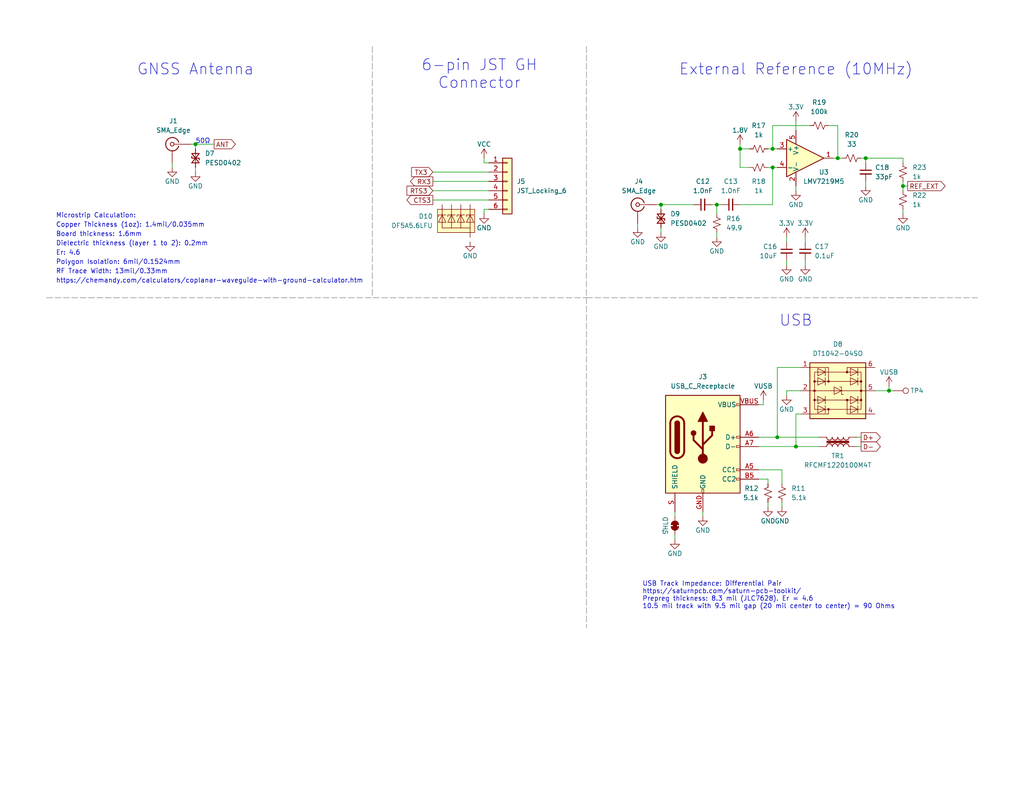
<source format=kicad_sch>
(kicad_sch (version 20250114) (generator "eeschema") (generator_version "9.0")
  (paper "USLetter")
  (title_block (title "Connectors"))
  (lib_symbols
    (symbol "SparkFun-Capacitor:0.1uF_0603_25V_20%" (pin_numbers (hide yes)) (pin_names (offset 0.254))
      (property "Reference" "C" (at 0.635 2.54 0))
      (property "Value" "0.1uF" (at 0.635 -2.54 0))
      (property "Voltage" "25V" (at 0 -6.35 0))
      (property "Tolerance" "20%" (at 0 -8.89 0))
      (symbol "0.1uF_0603_25V_20%_0_1"
        (polyline (pts (xy -1.524 0.508) (xy 1.524 0.508)) (stroke (width 0.3048)))
        (polyline (pts (xy -1.524 -0.508) (xy 1.524 -0.508)) (stroke (width 0.3302)))
      )
      (symbol "0.1uF_0603_25V_20%_1_1"
        (pin passive line (at 0 2.54 270) (length 2.032) (name "~") (number "1"))
        (pin passive line (at 0 -2.54 90) (length 2.032) (name "~") (number "2"))
      )
    )
    (symbol "SparkFun-Capacitor:1.0nF_0603_50V_10%" (pin_numbers (hide yes)) (pin_names (offset 0.254))
      (property "Reference" "C" (at 0.635 2.54 0))
      (property "Value" "1.0nF" (at 0.635 -2.54 0))
      (property "Voltage" "50V" (at 0 -6.35 0))
      (property "Tolerance" "10%" (at 0 -8.89 0))
      (symbol "1.0nF_0603_50V_10%_0_1"
        (polyline (pts (xy -1.524 0.508) (xy 1.524 0.508)) (stroke (width 0.3048)))
        (polyline (pts (xy -1.524 -0.508) (xy 1.524 -0.508)) (stroke (width 0.3302)))
      )
      (symbol "1.0nF_0603_50V_10%_1_1"
        (pin passive line (at 0 2.54 270) (length 2.032) (name "~") (number "1"))
        (pin passive line (at 0 -2.54 90) (length 2.032) (name "~") (number "2"))
      )
    )
    (symbol "SparkFun-Capacitor:10uF_0603_10V_20%" (pin_numbers (hide yes)) (pin_names (offset 0.254))
      (property "Reference" "C" (at 0.635 2.54 0))
      (property "Value" "10uF" (at 0.635 -2.54 0))
      (property "Voltage" "10V" (at 0 -6.35 0))
      (property "Tolerance" "20%" (at 0 -8.89 0))
      (symbol "10uF_0603_10V_20%_0_1"
        (polyline (pts (xy -1.524 0.508) (xy 1.524 0.508)) (stroke (width 0.3048)))
        (polyline (pts (xy -1.524 -0.508) (xy 1.524 -0.508)) (stroke (width 0.3302)))
      )
      (symbol "10uF_0603_10V_20%_1_1"
        (pin passive line (at 0 2.54 270) (length 2.032) (name "~") (number "1"))
        (pin passive line (at 0 -2.54 90) (length 2.032) (name "~") (number "2"))
      )
    )
    (symbol "SparkFun-Capacitor:33pF_0603_50V_5%" (pin_numbers (hide yes)) (pin_names (offset 0.254))
      (property "Reference" "C" (at 0.635 2.54 0))
      (property "Value" "33pF" (at 0.635 -2.54 0))
      (property "Voltage" "50V" (at 0 -6.35 0))
      (property "Tolerance" "5%" (at 0 -8.89 0))
      (symbol "33pF_0603_50V_5%_0_1"
        (polyline (pts (xy -1.524 0.508) (xy 1.524 0.508)) (stroke (width 0.3048)))
        (polyline (pts (xy -1.524 -0.508) (xy 1.524 -0.508)) (stroke (width 0.3302)))
      )
      (symbol "33pF_0603_50V_5%_1_1"
        (pin passive line (at 0 2.54 270) (length 2.032) (name "~") (number "1"))
        (pin passive line (at 0 -2.54 90) (length 2.032) (name "~") (number "2"))
      )
    )
    (symbol "SparkFun-Coil:USB_Transformer" (pin_numbers (hide yes)) (pin_names (offset 0))
      (property "Reference" "TR" (at 0 3.81 0))
      (property "Value" "RFCMF1220100M4T" (at 0 -3.81 0))
      (symbol "USB_Transformer_0_1"
        (polyline (pts (xy -5.0546 -1.27) (xy -3.048 -1.27)))
        (rectangle (start -3.048 -0.254) (end 3.048 0.254) (stroke (width 0.0254)) (fill (type outline)))
        (arc (start -1.524 1.27) (mid -2.286 0.5113) (end -3.048 1.27) (stroke (width 0.2032)))
        (arc (start -3.048 -1.27) (mid -2.286 -0.5113) (end -1.524 -1.27) (stroke (width 0.2032)))
        (arc (start 0 1.27) (mid -0.762 0.5113) (end -1.524 1.27) (stroke (width 0.2032)))
        (arc (start -1.524 -1.27) (mid -0.762 -0.5113) (end 0 -1.27) (stroke (width 0.2032)))
        (arc (start 1.524 1.27) (mid 0.762 0.5113) (end 0 1.27) (stroke (width 0.2032)))
        (arc (start 0 -1.27) (mid 0.762 -0.5113) (end 1.524 -1.27) (stroke (width 0.2032)))
        (arc (start 3.048 1.27) (mid 2.286 0.5113) (end 1.524 1.27) (stroke (width 0.2032)))
        (arc (start 1.524 -1.27) (mid 2.286 -0.5113) (end 3.048 -1.27) (stroke (width 0.2032)))
        (polyline (pts (xy 5.08 1.27) (xy 3.048 1.27)))
        (polyline (pts (xy 5.08 -1.27) (xy 3.048 -1.27)))
      )
      (symbol "USB_Transformer_1_1"
        (polyline (pts (xy -5.08 1.27) (xy -3.048 1.27)))
        (pin passive line (at -5.08 1.27 0) (length 0) (name "~") (number "1"))
        (pin passive line (at -5.08 -1.27 0) (length 0) (name "~") (number "3"))
        (pin passive line (at 5.08 1.27 180) (length 0) (name "~") (number "2"))
        (pin passive line (at 5.08 -1.27 180) (length 0) (name "~") (number "4"))
      )
    )
    (symbol "SparkFun-Connector:Conn_01x06_JST_1.25mm_Locking" (pin_names (offset 1.016) (hide yes))
      (property "Reference" "J" (at 0 7.62 0))
      (property "Value" "JST_Locking_6" (at 0 -10.16 0))
      (symbol "Conn_01x06_JST_1.25mm_Locking_1_1"
        (rectangle (start -1.27 6.35) (end 1.27 -8.89) (stroke (width 0.254)) (fill (type background)))
        (rectangle (start -1.27 5.207) (end 0 4.953) (stroke (width 0.1524)))
        (rectangle (start -1.27 2.667) (end 0 2.413) (stroke (width 0.1524)))
        (rectangle (start -1.27 0.127) (end 0 -0.127) (stroke (width 0.1524)))
        (rectangle (start -1.27 -2.413) (end 0 -2.667) (stroke (width 0.1524)))
        (rectangle (start -1.27 -4.953) (end 0 -5.207) (stroke (width 0.1524)))
        (rectangle (start -1.27 -7.493) (end 0 -7.747) (stroke (width 0.1524)))
        (pin passive line (at -5.08 5.08 0) (length 3.81) (name "Pin_1") (number "1"))
        (pin passive line (at -5.08 2.54 0) (length 3.81) (name "Pin_2") (number "2"))
        (pin passive line (at -5.08 0 0) (length 3.81) (name "Pin_3") (number "3"))
        (pin passive line (at -5.08 -2.54 0) (length 3.81) (name "Pin_4") (number "4"))
        (pin passive line (at -5.08 -5.08 0) (length 3.81) (name "Pin_5") (number "5"))
        (pin passive line (at -5.08 -7.62 0) (length 3.81) (name "Pin_6") (number "6"))
        (pin no_connect line (at 3.81 -8.89 90) (length 5.08) (hide yes) (name "NC") (number "NC2"))
        (pin no_connect line (at 6.35 -8.89 90) (length 5.08) (hide yes) (name "NC") (number "NC1"))
      )
    )
    (symbol "SparkFun-Connector:TestPoint_1.25mm" (pin_numbers (hide yes)) (pin_names (offset 0.762) (hide yes))
      (property "Reference" "TP" (at 0 5.08 0))
      (symbol "TestPoint_1.25mm_0_1"
        (circle (center 0 3.302) (radius 0.762))
      )
      (symbol "TestPoint_1.25mm_1_1"
        (pin passive line (at 0 0 90) (length 2.54) (name "1") (number "1"))
      )
    )
    (symbol "SparkFun-Connector:USB_C_Receptacle" (pin_names (offset 1.016))
      (property "Reference" "J" (at -10.16 12.7 0))
      (property "Value" "USB_C_Receptacle" (at 19.05 12.7 0))
      (symbol "USB_C_Receptacle_0_0"
        (rectangle (start -0.254 -15.24) (end 0.254 -14.224))
        (rectangle (start 10.16 9.144) (end 9.144 8.636))
        (rectangle (start 10.16 0.254) (end 9.144 -0.254))
        (rectangle (start 10.16 -2.286) (end 9.144 -2.794))
        (rectangle (start 10.16 -8.636) (end 9.144 -9.144))
        (rectangle (start 10.16 -11.176) (end 9.144 -11.684))
      )
      (symbol "USB_C_Receptacle_0_1"
        (rectangle (start -10.16 11.43) (end 10.16 -15.24) (stroke (width 0.254)) (fill (type background)))
        (polyline (pts (xy -8.89 -3.81) (xy -8.89 3.81)) (stroke (width 0.508)))
        (rectangle (start -7.62 -3.81) (end -6.35 3.81) (stroke (width 0.254)) (fill (type outline)))
        (arc (start -7.62 3.81) (mid -6.985 4.4423) (end -6.35 3.81) (stroke (width 0.254)))
        (arc (start -7.62 3.81) (mid -6.985 4.4423) (end -6.35 3.81) (stroke (width 0.254)) (fill (type outline)))
        (arc (start -8.89 3.81) (mid -6.985 5.7067) (end -5.08 3.81) (stroke (width 0.508)))
        (arc (start -5.08 -3.81) (mid -6.985 -5.7067) (end -8.89 -3.81) (stroke (width 0.508)))
        (arc (start -6.35 -3.81) (mid -6.985 -4.4423) (end -7.62 -3.81) (stroke (width 0.254)))
        (arc (start -6.35 -3.81) (mid -6.985 -4.4423) (end -7.62 -3.81) (stroke (width 0.254)) (fill (type outline)))
        (polyline (pts (xy -5.08 3.81) (xy -5.08 -3.81)) (stroke (width 0.508)))
        (circle (center -2.54 1.143) (radius 0.635) (stroke (width 0.254)) (fill (type outline)))
        (polyline (pts (xy -1.27 4.318) (xy 0 6.858) (xy 1.27 4.318) (xy -1.27 4.318)) (stroke (width 0.254)) (fill (type outline)))
        (polyline (pts (xy 0 -2.032) (xy 2.54 0.508) (xy 2.54 1.778)) (stroke (width 0.508)))
        (polyline (pts (xy 0 -3.302) (xy -2.54 -0.762) (xy -2.54 0.508)) (stroke (width 0.508)))
        (polyline (pts (xy 0 -5.842) (xy 0 4.318)) (stroke (width 0.508)))
        (circle (center 0 -5.842) (radius 1.27) (fill (type outline)))
        (rectangle (start 1.905 1.778) (end 3.175 3.048) (stroke (width 0.254)) (fill (type outline)))
      )
      (symbol "USB_C_Receptacle_1_1"
        (pin passive line (at -7.62 -20.32 90) (length 5.08) (name "SHIELD") (number "S"))
        (pin no_connect line (at -5.08 -15.24 90) (length 5.08) (hide yes) (name "NC") (number "NC1"))
        (pin no_connect line (at -3.81 -15.24 90) (length 5.08) (hide yes) (name "NC") (number "NC2"))
        (pin no_connect line (at -2.54 -15.24 90) (length 5.08) (hide yes) (name "NC") (number "NC3"))
        (pin passive line (at 0 -20.32 90) (length 5.08) (name "GND") (number "GND"))
        (pin no_connect line (at 2.54 -15.24 90) (length 5.08) (hide yes) (name "NC") (number "A8"))
        (pin no_connect line (at 3.81 -15.24 90) (length 5.08) (hide yes) (name "NC") (number "B8"))
        (pin power_out line (at 15.24 8.89 180) (length 5.08) (name "VBUS") (number "VBUS"))
        (pin bidirectional line (at 15.24 0 180) (length 5.08) (name "D+") (number "A6"))
        (pin bidirectional line (at 15.24 0 180) (length 5.08) (hide yes) (name "D+") (number "B6"))
        (pin bidirectional line (at 15.24 -2.54 180) (length 5.08) (name "D-") (number "A7"))
        (pin bidirectional line (at 15.24 -2.54 180) (length 5.08) (hide yes) (name "D-") (number "B7"))
        (pin bidirectional line (at 15.24 -8.89 180) (length 5.08) (name "CC1") (number "A5"))
        (pin bidirectional line (at 15.24 -11.43 180) (length 5.08) (name "CC2") (number "B5"))
      )
    )
    (symbol "SparkFun-DiscreteSemi:D_TVS_0402" (pin_numbers (hide yes)) (pin_names (offset 1.016) (hide yes))
      (property "Reference" "D" (at 0 2.54 0))
      (property "Value" "PESD0402" (at 0 -2.54 0))
      (symbol "D_TVS_0402_0_1"
        (polyline (pts (xy -1.27 1.016) (xy -1.27 -1.016) (xy 1.27 1.016) (xy 1.27 -1.016) (xy -1.27 1.016)) (stroke (width 0.254)))
        (polyline (pts (xy -1.27 0) (xy 1.27 0)))
        (polyline (pts (xy 0.508 1.016) (xy 0 1.016) (xy 0 -1.016) (xy -0.508 -1.016)) (stroke (width 0.254)))
      )
      (symbol "D_TVS_0402_1_1"
        (pin passive line (at -2.54 0 0) (length 1.27) (name "A1") (number "1"))
        (pin passive line (at 2.54 0 180) (length 1.27) (name "A2") (number "2"))
      )
    )
    (symbol "SparkFun-DiscreteSemi:D_TVS_ESD_4_HS" (pin_numbers (hide yes)) (pin_names (hide yes))
      (property "Reference" "D" (at -2.54 -5.08 0))
      (property "Value" "DF5A5.6LFU" (at -3.81 -7.62 0))
      (symbol "D_TVS_ESD_4_HS_0_1"
        (polyline (pts (xy -2.54 1.016) (xy -2.54 -2.54)))
        (polyline (pts (xy -1.524 1.016) (xy -3.556 1.016) (xy -3.556 0.508)))
        (polyline (pts (xy -1.524 -1.016) (xy -2.54 1.016) (xy -3.556 -1.016) (xy -1.524 -1.016)))
        (polyline (pts (xy 0 1.016) (xy 0 -2.54)))
        (polyline (pts (xy 1.016 1.016) (xy -1.016 1.016) (xy -1.016 0.508)))
        (polyline (pts (xy 1.016 -1.016) (xy 0 1.016) (xy -1.016 -1.016) (xy 1.016 -1.016)))
        (polyline (pts (xy 2.54 1.016) (xy 2.54 -2.54)))
        (polyline (pts (xy 3.556 1.016) (xy 1.524 1.016) (xy 1.524 0.508)))
        (polyline (pts (xy 3.556 -1.016) (xy 2.54 1.016) (xy 1.524 -1.016) (xy 3.556 -1.016)))
        (polyline (pts (xy 5.08 1.016) (xy 5.08 -2.54)))
        (polyline (pts (xy 6.096 1.016) (xy 4.064 1.016) (xy 4.064 0.508)))
        (polyline (pts (xy 6.096 -1.016) (xy 5.08 1.016) (xy 4.064 -1.016) (xy 6.096 -1.016)))
      )
      (symbol "D_TVS_ESD_4_HS_1_1"
        (rectangle (start -3.81 2.54) (end 6.35 -3.81) (fill (type background)))
        (polyline (pts (xy -2.54 1.27) (xy -2.54 1.0271)))
        (polyline (pts (xy 0 1.27) (xy 0 1.0271)))
        (polyline (pts (xy 0 -2.54) (xy -2.54 -2.54)))
        (polyline (pts (xy 2.54 1.27) (xy 2.54 1.0271)))
        (polyline (pts (xy 2.54 -2.54) (xy 0 -2.54)))
        (polyline (pts (xy 5.08 1.27) (xy 5.08 1.0271)))
        (polyline (pts (xy 5.08 -2.54) (xy 2.54 -2.54)))
        (pin passive line (at -2.54 3.81 270) (length 2.54) (name "K1") (number "1"))
        (pin passive line (at 0 3.81 270) (length 2.54) (name "K2") (number "3"))
        (pin passive line (at 2.54 3.81 270) (length 2.54) (name "K3") (number "4"))
        (pin passive line (at 5.08 3.81 270) (length 2.54) (name "K4") (number "5"))
        (pin passive line (at 5.08 -5.08 90) (length 2.54) (name "A") (number "2"))
      )
    )
    (symbol "SparkFun-DiscreteSemi:D_TVS_ESD_USB" (pin_names (hide yes))
      (property "Reference" "D" (at -8.636 -2.794 90))
      (property "Value" "DT1042-04SO" (at 9.398 -8.382 90))
      (symbol "D_TVS_ESD_USB_0_1"
        (polyline (pts (xy -6.096 2.159) (xy -4.064 2.159) (xy -5.08 4.191) (xy -6.096 2.159)))
        (polyline (pts (xy -6.096 -6.731) (xy -4.064 -6.731) (xy -5.08 -4.699) (xy -6.096 -6.731)))
        (circle (center -5.08 1.27) (radius 0.254) (fill (type outline)))
        (polyline (pts (xy -5.08 1.27) (xy -6.35 1.27)))
        (polyline (pts (xy -4.064 4.191) (xy -6.096 4.191)))
        (polyline (pts (xy -4.064 -4.699) (xy -6.096 -4.699)))
        (polyline (pts (xy -3.556 2.159) (xy -1.524 2.159) (xy -2.54 4.191) (xy -3.556 2.159)))
        (polyline (pts (xy -3.556 -6.731) (xy -1.524 -6.731) (xy -2.54 -4.699) (xy -3.556 -6.731)))
        (circle (center -2.54 5.08) (radius 0.254) (fill (type outline)))
        (rectangle (start -2.54 5.08) (end 2.54 -7.62))
        (polyline (pts (xy -2.54 5.08) (xy -5.08 5.08) (xy -5.08 -7.62) (xy -2.54 -7.62)))
        (circle (center -2.54 -3.81) (radius 0.254) (fill (type outline)))
        (polyline (pts (xy -2.54 -3.81) (xy -6.35 -3.81)))
        (circle (center -2.54 -7.62) (radius 0.254) (fill (type outline)))
        (polyline (pts (xy -1.524 4.191) (xy -3.556 4.191)))
        (polyline (pts (xy -1.524 -4.699) (xy -3.556 -4.699)))
        (polyline (pts (xy -1.016 -2.286) (xy 1.016 -2.286) (xy 0 -0.254) (xy -1.016 -2.286)))
        (circle (center 0 5.08) (radius 0.254) (fill (type outline)))
        (polyline (pts (xy 0 5.08) (xy 0 6.35)))
        (polyline (pts (xy 0 0) (xy 0 5.08)))
        (polyline (pts (xy 0 -7.62) (xy 0 0)))
        (circle (center 0 -7.62) (radius 0.254) (fill (type outline)))
        (polyline (pts (xy 0 -8.89) (xy 0 -7.62)))
        (polyline (pts (xy 1.0152 0.2684) (xy 1.0152 -0.2538) (xy -1.016 -0.254) (xy -1.016 -0.762)))
        (polyline (pts (xy 1.524 4.191) (xy 3.556 4.191)))
        (polyline (pts (xy 1.524 -4.699) (xy 3.556 -4.699)))
        (polyline (pts (xy 2.54 5.08) (xy 5.08 5.08) (xy 5.08 -7.62) (xy 2.54 -7.62)))
        (circle (center 2.54 5.08) (radius 0.254) (fill (type outline)))
        (polyline (pts (xy 2.54 1.27) (xy 6.35 1.27)))
        (circle (center 2.54 1.27) (radius 0.254) (fill (type outline)))
        (circle (center 2.54 -7.62) (radius 0.254) (fill (type outline)))
        (polyline (pts (xy 3.556 2.159) (xy 1.524 2.159) (xy 2.54 4.191) (xy 3.556 2.159)))
        (polyline (pts (xy 3.556 -6.731) (xy 1.524 -6.731) (xy 2.54 -4.699) (xy 3.556 -6.731)))
        (polyline (pts (xy 4.064 4.191) (xy 6.096 4.191)))
        (polyline (pts (xy 4.064 -4.699) (xy 6.096 -4.699)))
        (polyline (pts (xy 5.08 -3.81) (xy 6.35 -3.81)))
        (circle (center 5.08 -3.81) (radius 0.254) (fill (type outline)))
        (polyline (pts (xy 6.096 2.159) (xy 4.064 2.159) (xy 5.08 4.191) (xy 6.096 2.159)))
        (polyline (pts (xy 6.096 -6.731) (xy 4.064 -6.731) (xy 5.08 -4.699) (xy 6.096 -6.731)))
      )
      (symbol "D_TVS_ESD_USB_1_1"
        (rectangle (start -7.62 6.35) (end 7.62 -8.89) (stroke (width 0.254)) (fill (type background)))
        (polyline (pts (xy -6.35 6.35) (xy -6.35 1.27)))
        (polyline (pts (xy -6.35 -8.89) (xy -6.35 -3.81)))
        (polyline (pts (xy 6.35 1.27) (xy 6.35 6.35)))
        (polyline (pts (xy 6.35 -3.81) (xy 6.35 -8.89)))
        (pin passive line (at -6.35 8.89 270) (length 2.54) (name "I/O4") (number "6"))
        (pin passive line (at -6.35 -11.43 90) (length 2.54) (name "I/O1") (number "1"))
        (pin passive line (at 0 8.89 270) (length 2.54) (name "VCC") (number "5"))
        (pin passive line (at 0 -11.43 90) (length 2.54) (name "GND") (number "2"))
        (pin passive line (at 6.35 8.89 270) (length 2.54) (name "I/O3") (number "4"))
        (pin passive line (at 6.35 -11.43 90) (length 2.54) (name "I/O2") (number "3"))
      )
    )
    (symbol "SparkFun-IC-Amplifier:LMV7219M5" (pin_names (offset 0.127))
      (property "Reference" "U" (at -1.27 6.35 0))
      (property "Value" "LMV7219M5" (at -1.27 3.81 0))
      (symbol "LMV7219M5_0_1"
        (polyline (pts (xy -5.08 5.08) (xy 5.08 0) (xy -5.08 -5.08) (xy -5.08 5.08)) (stroke (width 0.254)) (fill (type background)))
        (pin power_in line (at -2.54 7.62 270) (length 3.81) (name "V+") (number "5"))
        (pin power_in line (at -2.54 -7.62 90) (length 3.81) (name "V-") (number "2"))
      )
      (symbol "LMV7219M5_1_1"
        (pin input line (at -7.62 2.54 0) (length 2.54) (name "+") (number "3"))
        (pin input line (at -7.62 -2.54 0) (length 2.54) (name "-") (number "4"))
        (pin output line (at 7.62 0 180) (length 2.54) (name "~") (number "1"))
      )
    )
    (symbol "SparkFun-Jumper:SolderJumper_2_Bridged" (pin_numbers (hide yes)) (pin_names (offset 0) (hide yes))
      (property "Reference" "JP" (at 0 2.032 0))
      (property "Value" "~" (at 0 -2.54 0))
      (symbol "SolderJumper_2_Bridged_0_1"
        (rectangle (start -0.508 0.508) (end 0.508 -0.508) (fill (type outline)))
        (polyline (pts (xy -0.254 1.016) (xy -0.254 -1.016)))
        (arc (start -0.254 -1.016) (mid -1.2656 0) (end -0.254 1.016))
        (arc (start -0.254 -1.016) (mid -1.2656 0) (end -0.254 1.016) (fill (type outline)))
        (arc (start 0.254 1.016) (mid 1.2656 0) (end 0.254 -1.016))
        (arc (start 0.254 1.016) (mid 1.2656 0) (end 0.254 -1.016) (fill (type outline)))
        (polyline (pts (xy 0.254 1.016) (xy 0.254 -1.016)))
      )
      (symbol "SolderJumper_2_Bridged_1_1"
        (pin passive line (at -2.54 0 0) (length 1.27) (name "A") (number "1"))
        (pin passive line (at 2.54 0 180) (length 1.27) (name "B") (number "2"))
      )
    )
    (symbol "SparkFun-PowerSymbol:1.8V" (power) (pin_names (offset 0))
      (property "Value" "1.8V" (at 0 3.81 0))
      (symbol "1.8V_0_1"
        (polyline (pts (xy 0 2.54) (xy 0.762 1.27)))
        (polyline (pts (xy 0 0) (xy 0 2.54)))
      )
      (symbol "1.8V_1_1"
        (polyline (pts (xy -0.762 1.27) (xy 0 2.54)))
        (pin power_in line (at 0 0 90) (length 0) (hide yes) (name "1.8V") (number "1"))
      )
    )
    (symbol "SparkFun-PowerSymbol:3.3V" (power) (pin_names (offset 0))
      (property "Value" "3.3V" (at 0 3.81 0))
      (symbol "3.3V_0_1"
        (polyline (pts (xy -0.762 1.27) (xy 0 2.54)))
        (polyline (pts (xy 0 2.54) (xy 0.762 1.27)))
        (polyline (pts (xy 0 0) (xy 0 2.54)))
      )
      (symbol "3.3V_1_1"
        (pin power_in line (at 0 0 90) (length 0) (hide yes) (name "3.3V") (number "1"))
      )
    )
    (symbol "SparkFun-PowerSymbol:GND" (power) (pin_names (offset 0))
      (property "Value" "GND" (at 0 -3.81 0))
      (symbol "GND_0_1"
        (polyline (pts (xy 0 0) (xy 0 -1.27) (xy 1.27 -1.27) (xy 0 -2.54) (xy -1.27 -1.27) (xy 0 -1.27)))
      )
      (symbol "GND_1_1"
        (pin power_in line (at 0 0 270) (length 0) (hide yes) (name "GND") (number "1"))
      )
    )
    (symbol "SparkFun-PowerSymbol:VCC" (power) (pin_names (offset 0))
      (property "Value" "VCC" (at 0 3.81 0))
      (symbol "VCC_0_1"
        (polyline (pts (xy -0.762 1.27) (xy 0 2.54)))
        (polyline (pts (xy 0 2.54) (xy 0.762 1.27)))
        (polyline (pts (xy 0 0) (xy 0 2.54)))
      )
      (symbol "VCC_1_1"
        (pin power_in line (at 0 0 90) (length 0) (hide yes) (name "VCC") (number "1"))
      )
    )
    (symbol "SparkFun-PowerSymbol:VUSB" (power) (pin_names (offset 0))
      (property "Value" "VUSB" (at 0 3.81 0))
      (symbol "VUSB_0_1"
        (polyline (pts (xy -0.762 1.27) (xy 0 2.54)))
        (polyline (pts (xy 0 2.54) (xy 0.762 1.27)))
        (polyline (pts (xy 0 0) (xy 0 2.54)))
      )
      (symbol "VUSB_1_1"
        (pin power_in line (at 0 0 90) (length 0) (hide yes) (name "VUSB") (number "1"))
      )
    )
    (symbol "SparkFun-RF:SMA_EdgeMount" (pin_numbers (hide yes)) (pin_names (offset 1.016) (hide yes))
      (property "Reference" "J" (at 0.254 3.048 0))
      (property "Value" "SMA_Edge" (at 3.81 0 90))
      (symbol "SMA_EdgeMount_0_1"
        (polyline (pts (xy -2.54 0) (xy -0.508 0)))
        (arc (start 1.778 0) (mid 0.222 -1.8079) (end -1.778 -0.508) (stroke (width 0.254)))
        (arc (start -1.778 0.508) (mid 0.2221 1.8084) (end 1.778 0) (stroke (width 0.254)))
        (circle (center 0 0) (radius 0.508) (stroke (width 0.2032)))
        (polyline (pts (xy 0 -2.54) (xy 0 -1.778)))
      )
      (symbol "SMA_EdgeMount_1_1"
        (pin passive line (at -5.08 0 0) (length 2.54) (name "In") (number "1"))
        (pin passive line (at 0 -5.08 90) (length 2.54) (name "Ext") (number "2"))
      )
    )
    (symbol "SparkFun-Resistor:100k_0603" (pin_numbers (hide yes)) (pin_names (offset 0))
      (property "Reference" "R" (at 0 -2.54 0))
      (property "Value" "100k" (at 0 2.54 0))
      (symbol "100k_0603_0_1"
        (polyline (pts (xy -1.524 0) (xy -1.143 1.016) (xy -0.762 0) (xy -0.381 -1.016) (xy 0 0)))
        (polyline (pts (xy 0 0) (xy 0.381 1.016) (xy 0.762 0) (xy 1.143 -1.016) (xy 1.524 0)))
      )
      (symbol "100k_0603_1_1"
        (pin passive line (at -2.54 0 0) (length 1.016) (name "~") (number "1"))
        (pin passive line (at 2.54 0 180) (length 1.016) (name "~") (number "2"))
      )
    )
    (symbol "SparkFun-Resistor:1k_0603" (pin_numbers (hide yes)) (pin_names (offset 0))
      (property "Reference" "R" (at 0 -2.54 0))
      (property "Value" "1k" (at 0 2.54 0))
      (symbol "1k_0603_0_1"
        (polyline (pts (xy -1.524 0) (xy -1.143 1.016) (xy -0.762 0) (xy -0.381 -1.016) (xy 0 0)))
        (polyline (pts (xy 0 0) (xy 0.381 1.016) (xy 0.762 0) (xy 1.143 -1.016) (xy 1.524 0)))
      )
      (symbol "1k_0603_1_1"
        (pin passive line (at -2.54 0 0) (length 1.016) (name "~") (number "1"))
        (pin passive line (at 2.54 0 180) (length 1.016) (name "~") (number "2"))
      )
    )
    (symbol "SparkFun-Resistor:33_0603" (pin_numbers (hide yes)) (pin_names (offset 0))
      (property "Reference" "R" (at 0 -2.54 0))
      (property "Value" "33" (at 0 2.54 0))
      (symbol "33_0603_0_1"
        (polyline (pts (xy -1.524 0) (xy -1.143 1.016) (xy -0.762 0) (xy -0.381 -1.016) (xy 0 0)))
        (polyline (pts (xy 0 0) (xy 0.381 1.016) (xy 0.762 0) (xy 1.143 -1.016) (xy 1.524 0)))
      )
      (symbol "33_0603_1_1"
        (pin passive line (at -2.54 0 0) (length 1.016) (name "~") (number "1"))
        (pin passive line (at 2.54 0 180) (length 1.016) (name "~") (number "2"))
      )
    )
    (symbol "SparkFun-Resistor:49.9_0603" (pin_numbers (hide yes)) (pin_names (offset 0))
      (property "Reference" "R" (at 0 -2.54 0))
      (property "Value" "49.9" (at 0 2.54 0))
      (symbol "49.9_0603_0_1"
        (polyline (pts (xy -1.524 0) (xy -1.143 1.016) (xy -0.762 0) (xy -0.381 -1.016) (xy 0 0)))
        (polyline (pts (xy 0 0) (xy 0.381 1.016) (xy 0.762 0) (xy 1.143 -1.016) (xy 1.524 0)))
      )
      (symbol "49.9_0603_1_1"
        (pin passive line (at -2.54 0 0) (length 1.016) (name "~") (number "1"))
        (pin passive line (at 2.54 0 180) (length 1.016) (name "~") (number "2"))
      )
    )
    (symbol "SparkFun-Resistor:5.1k_0603" (pin_numbers (hide yes)) (pin_names (offset 0))
      (property "Reference" "R" (at 0 -2.54 0))
      (property "Value" "5.1k" (at 0 2.54 0))
      (symbol "5.1k_0603_0_1"
        (polyline (pts (xy -1.524 0) (xy -1.143 1.016) (xy -0.762 0) (xy -0.381 -1.016) (xy 0 0)))
        (polyline (pts (xy 0 0) (xy 0.381 1.016) (xy 0.762 0) (xy 1.143 -1.016) (xy 1.524 0)))
      )
      (symbol "5.1k_0603_1_1"
        (pin passive line (at -2.54 0 0) (length 1.016) (name "~") (number "1"))
        (pin passive line (at 2.54 0 180) (length 1.016) (name "~") (number "2"))
      )
    )
  )
  (text "Polygon Isolation: 6mil/0.1524mm" (at 15.24 72.39 0) (effects (font (size 1.27 1.27)) (justify left bottom)))
  (text "Microstrip Calculation:" (at 15.24 59.69 0) (effects (font (size 1.27 1.27)) (justify left bottom)))
  (text "Dielectric thickness (layer 1 to 2): 0.2mm" (at 15.24 67.31 0) (effects (font (size 1.27 1.27)) (justify left bottom)))
  (text "USB Track Impedance: Differential Pair\nhttps://saturnpcb.com/saturn-pcb-toolkit/\nPrepreg thickness: 8.3 mil (JLC7628). Er = 4.6\n10.5 mil track with 9.5 mil gap (20 mil center to center) = 90 Ohms" (at 175.26 166.37 0) (effects (font (size 1.27 1.27)) (justify left bottom)))
  (text "50Ω" (at 53.34 39.37 0) (effects (font (size 1.27 1.27)) (justify left bottom)))
  (text "RF Trace Width: 13mil/0.33mm" (at 15.24 74.93 0) (effects (font (size 1.27 1.27)) (justify left bottom)))
  (text "GNSS Antenna" (at 53.34 19.05 0) (effects (font (size 3 3))))
  (text "USB" (at 217.17 87.63 0) (effects (font (size 3 3))))
  (text "External Reference (10MHz)" (at 217.17 19.05 0) (effects (font (size 3 3))))
  (text "Copper Thickness (1oz): 1.4mil/0.035mm" (at 15.24 62.23 0) (effects (font (size 1.27 1.27)) (justify left bottom)))
  (text "https://chemandy.com/calculators/coplanar-waveguide-with-ground-calculator.htm" (at 15.24 77.47 0) (effects (font (size 1.27 1.27)) (justify left bottom)))
  (text "Board thickness: 1.6mm" (at 15.24 64.77 0) (effects (font (size 1.27 1.27)) (justify left bottom)))
  (text "6-pin JST GH\nConnector" (at 130.81 20.32 0) (effects (font (size 3 3))))
  (text "Er: 4.6" (at 15.24 69.85 0) (effects (font (size 1.27 1.27)) (justify left bottom)))
  (junction (at 201.93 40.64))
  (junction (at 212.09 119.38))
  (junction (at 236.22 43.18))
  (junction (at 246.38 50.8))
  (junction (at 210.82 45.72))
  (junction (at 242.57 106.68))
  (junction (at 53.34 39.37))
  (junction (at 180.34 55.88))
  (junction (at 195.58 55.88))
  (junction (at 228.6 43.18))
  (junction (at 210.82 40.64))
  (junction (at 217.17 121.92))
  (wire (pts (xy 228.6 34.29) (xy 228.6 43.18)))
  (wire (pts (xy 201.93 45.72) (xy 204.47 45.72)))
  (polyline (pts (xy 160.02 81.28) (xy 266.7 81.28)) (stroke (width 0) (type dash) (color 132 132 132 1)))
  (wire (pts (xy 53.34 39.37) (xy 58.42 39.37)))
  (wire (pts (xy 219.71 71.12) (xy 219.71 72.39)))
  (wire (pts (xy 53.34 39.37) (xy 53.34 40.64)))
  (wire (pts (xy 201.93 39.37) (xy 201.93 40.64)))
  (wire (pts (xy 132.08 57.15) (xy 132.08 58.42)))
  (polyline (pts (xy 12.7 81.28) (xy 160.02 81.28)) (stroke (width 0) (type dash) (color 132 132 132 1)))
  (wire (pts (xy 218.44 113.03) (xy 217.17 113.03)))
  (wire (pts (xy 217.17 50.8) (xy 217.17 52.07)))
  (wire (pts (xy 236.22 49.53) (xy 236.22 50.8)))
  (wire (pts (xy 246.38 43.18) (xy 246.38 44.45)))
  (wire (pts (xy 201.93 40.64) (xy 204.47 40.64)))
  (wire (pts (xy 195.58 55.88) (xy 196.85 55.88)))
  (wire (pts (xy 209.55 45.72) (xy 210.82 45.72)))
  (wire (pts (xy 236.22 43.18) (xy 246.38 43.18)))
  (wire (pts (xy 242.57 106.68) (xy 243.84 106.68)))
  (wire (pts (xy 133.35 57.15) (xy 132.08 57.15)))
  (wire (pts (xy 217.17 33.02) (xy 217.17 35.56)))
  (wire (pts (xy 214.63 64.77) (xy 214.63 66.04)))
  (wire (pts (xy 118.11 52.07) (xy 133.35 52.07)))
  (wire (pts (xy 194.31 55.88) (xy 195.58 55.88)))
  (wire (pts (xy 246.38 49.53) (xy 246.38 50.8)))
  (wire (pts (xy 207.01 121.92) (xy 217.17 121.92)))
  (wire (pts (xy 133.35 44.45) (xy 132.08 44.45)))
  (wire (pts (xy 210.82 40.64) (xy 212.09 40.64)))
  (wire (pts (xy 238.76 106.68) (xy 242.57 106.68)))
  (wire (pts (xy 207.01 130.81) (xy 209.55 130.81)))
  (wire (pts (xy 207.01 119.38) (xy 212.09 119.38)))
  (wire (pts (xy 118.11 49.53) (xy 133.35 49.53)))
  (wire (pts (xy 46.99 44.45) (xy 46.99 45.72)))
  (wire (pts (xy 207.01 110.49) (xy 208.28 110.49)))
  (wire (pts (xy 234.95 43.18) (xy 236.22 43.18)))
  (wire (pts (xy 233.68 121.92) (xy 234.95 121.92)))
  (wire (pts (xy 201.93 40.64) (xy 201.93 45.72)))
  (wire (pts (xy 210.82 34.29) (xy 210.82 40.64)))
  (wire (pts (xy 191.77 139.7) (xy 191.77 140.97)))
  (wire (pts (xy 214.63 71.12) (xy 214.63 72.39)))
  (wire (pts (xy 228.6 43.18) (xy 229.87 43.18)))
  (wire (pts (xy 195.58 55.88) (xy 195.58 58.42)))
  (wire (pts (xy 210.82 45.72) (xy 212.09 45.72)))
  (wire (pts (xy 242.57 105.41) (xy 242.57 106.68)))
  (wire (pts (xy 180.34 62.23) (xy 180.34 63.5)))
  (wire (pts (xy 246.38 50.8) (xy 246.38 52.07)))
  (polyline (pts (xy 101.6 12.7) (xy 101.6 81.28)) (stroke (width 0) (type dash) (color 132 132 132 1)))
  (wire (pts (xy 52.07 39.37) (xy 53.34 39.37)))
  (wire (pts (xy 195.58 63.5) (xy 195.58 64.77)))
  (wire (pts (xy 246.38 50.8) (xy 247.65 50.8)))
  (wire (pts (xy 184.15 139.7) (xy 184.15 140.97)))
  (wire (pts (xy 226.06 34.29) (xy 228.6 34.29)))
  (wire (pts (xy 246.38 57.15) (xy 246.38 58.42)))
  (wire (pts (xy 212.09 100.33) (xy 212.09 119.38)))
  (wire (pts (xy 207.01 128.27) (xy 213.36 128.27)))
  (wire (pts (xy 201.93 55.88) (xy 210.82 55.88)))
  (wire (pts (xy 180.34 55.88) (xy 189.23 55.88)))
  (wire (pts (xy 218.44 100.33) (xy 212.09 100.33)))
  (wire (pts (xy 214.63 106.68) (xy 214.63 107.95)))
  (wire (pts (xy 220.98 34.29) (xy 210.82 34.29)))
  (wire (pts (xy 218.44 106.68) (xy 214.63 106.68)))
  (wire (pts (xy 217.17 121.92) (xy 223.52 121.92)))
  (wire (pts (xy 208.28 109.22) (xy 208.28 110.49)))
  (wire (pts (xy 219.71 64.77) (xy 219.71 66.04)))
  (wire (pts (xy 180.34 55.88) (xy 180.34 57.15)))
  (wire (pts (xy 209.55 40.64) (xy 210.82 40.64)))
  (wire (pts (xy 213.36 128.27) (xy 213.36 132.08)))
  (wire (pts (xy 236.22 43.18) (xy 236.22 44.45)))
  (wire (pts (xy 213.36 137.16) (xy 213.36 138.43)))
  (wire (pts (xy 212.09 119.38) (xy 223.52 119.38)))
  (wire (pts (xy 227.33 43.18) (xy 228.6 43.18)))
  (wire (pts (xy 118.11 46.99) (xy 133.35 46.99)))
  (wire (pts (xy 209.55 137.16) (xy 209.55 138.43)))
  (wire (pts (xy 132.08 43.18) (xy 132.08 44.45)))
  (polyline (pts (xy 160.02 12.7) (xy 160.02 171.45)) (stroke (width 0) (type dash) (color 132 132 132 1)))
  (wire (pts (xy 179.07 55.88) (xy 180.34 55.88)))
  (wire (pts (xy 209.55 130.81) (xy 209.55 132.08)))
  (wire (pts (xy 118.11 54.61) (xy 133.35 54.61)))
  (wire (pts (xy 173.99 60.96) (xy 173.99 62.23)))
  (wire (pts (xy 233.68 119.38) (xy 234.95 119.38)))
  (wire (pts (xy 217.17 113.03) (xy 217.17 121.92)))
  (wire (pts (xy 210.82 55.88) (xy 210.82 45.72)))
  (wire (pts (xy 53.34 45.72) (xy 53.34 46.99)))
  (wire (pts (xy 184.15 146.05) (xy 184.15 147.32)))
  (global_label "ANT" (shape output) (at 58.42 39.37 0) (property "Intersheetrefs" "${INTERSHEET_REFS}" (effects (hide yes))))
  (global_label "D-" (shape output) (at 234.95 121.92 0) (property "Intersheetrefs" "${INTERSHEET_REFS}" (effects (hide yes))))
  (global_label "CTS3" (shape output) (at 118.11 54.61 180) (property "Intersheetrefs" "${INTERSHEET_REFS}" (effects (hide yes))))
  (global_label "RTS3" (shape input) (at 118.11 52.07 180) (property "Intersheetrefs" "${INTERSHEET_REFS}" (effects (hide yes))))
  (global_label "D+" (shape output) (at 234.95 119.38 0) (property "Intersheetrefs" "${INTERSHEET_REFS}" (effects (hide yes))))
  (global_label "RX3" (shape output) (at 118.11 49.53 180) (property "Intersheetrefs" "${INTERSHEET_REFS}" (effects (hide yes))))
  (global_label "TX3" (shape input) (at 118.11 46.99 180) (property "Intersheetrefs" "${INTERSHEET_REFS}" (effects (hide yes))))
  (global_label "REF_EXT" (shape output) (at 247.65 50.8 0) (property "Intersheetrefs" "${INTERSHEET_REFS}" (effects (hide yes))))
  (symbol (lib_id "SparkFun-Resistor:1k_0603") (at 207.01 45.72 0) (mirror y) (unit 1)
    (property "Reference" "R18" (at 207.01 49.53 0))
    (property "Value" "1k" (at 207.01 52.07 0))
    (property "Footprint" "SparkFun-Resistor:R_0603_1608Metric" (effects (hide yes)))
    (property "Datasheet" "https://www.vishay.com/docs/20035/dcrcwe3.pdf" (effects (hide yes)))
    (property "Description" "Resistor" (effects (hide yes)))
    (property "PROD_ID" "RES-07856" (effects (hide yes)))
  )
  (symbol (lib_id "SparkFun-PowerSymbol:GND") (at 217.17 52.07 0) (unit 1)
    (property "Reference" "#PWR069" (effects (hide yes)))
    (property "Value" "GND" (at 217.17 55.88 0))
    (property "Description" "Power symbol creates a global label with name \"GND\" , ground" (effects (hide yes)))
  )
  (symbol (lib_id "SparkFun-DiscreteSemi:D_TVS_0402") (at 180.34 59.69 90) (unit 1)
    (property "Reference" "D9" (at 182.88 58.4199 90) (effects (justify right)))
    (property "Value" "PESD0402" (at 182.88 60.9599 90) (effects (justify right)))
    (property "Footprint" "SparkFun-Capacitor:C_0402_1005Metric" (effects (hide yes)))
    (property "Datasheet" "https://www.littelfuse.com/~/media/electronics/product_specifications/polymer_esd_suppressors/littelfuse_polymer_esd_suppressor_pesd0402_140_product_specification.pdf.pdf" (effects (hide yes)))
    (property "Description" "Bidirectional transient-voltage-suppression diode" (effects (hide yes)))
    (property "PROD_ID" "DIO-15359" (effects (hide yes)))
  )
  (symbol (lib_id "SparkFun-Capacitor:1.0nF_0603_50V_10%") (at 191.77 55.88 90) (unit 1)
    (property "Reference" "C12" (at 191.7763 49.53 90))
    (property "Value" "1.0nF" (at 191.7763 52.07 90))
    (property "Footprint" "SparkFun-Capacitor:C_0603_1608Metric" (effects (hide yes)))
    (property "Datasheet" "https://cdn.sparkfun.com/assets/8/a/4/a/5/Kemet_Capacitor_Datasheet.pdf" (effects (hide yes)))
    (property "Description" "Unpolarized capacitor" (effects (hide yes)))
    (property "PROD_ID" "CAP-07886" (effects (hide yes)))
    (property "Voltage" "50V" (effects (hide yes)))
    (property "Tolerance" "10%" (effects (hide yes)))
  )
  (symbol (lib_id "SparkFun-PowerSymbol:GND") (at 213.36 138.43 0) (unit 1)
    (property "Reference" "#PWR047" (effects (hide yes)))
    (property "Value" "GND" (at 213.36 142.24 0))
    (property "Description" "Power symbol creates a global label with name \"GND\" , ground" (effects (hide yes)))
  )
  (symbol (lib_id "SparkFun-PowerSymbol:GND") (at 46.99 45.72 0) (unit 1)
    (property "Reference" "#PWR042" (effects (hide yes)))
    (property "Value" "GND" (at 46.99 49.53 0))
    (property "Description" "Power symbol creates a global label with name \"GND\" , ground" (effects (hide yes)))
  )
  (symbol (lib_id "SparkFun-Capacitor:0.1uF_0603_25V_20%") (at 219.71 68.58 0) (unit 1)
    (property "Reference" "C17" (at 222.25 67.3162 0) (effects (justify left)))
    (property "Value" "0.1uF" (at 222.25 69.8562 0) (effects (justify left)))
    (property "Footprint" "SparkFun-Capacitor:C_0603_1608Metric" (effects (hide yes)))
    (property "Datasheet" "https://cdn.sparkfun.com/assets/8/a/4/a/5/Kemet_Capacitor_Datasheet.pdf" (effects (hide yes)))
    (property "Description" "Unpolarized capacitor" (effects (hide yes)))
    (property "PROD_ID" "CAP-00810" (effects (hide yes)))
    (property "Voltage" "25V" (effects (hide yes)))
    (property "Tolerance" "20%" (effects (hide yes)))
  )
  (symbol (lib_id "SparkFun-DiscreteSemi:D_TVS_0402") (at 53.34 43.18 90) (unit 1)
    (property "Reference" "D7" (at 55.88 41.9099 90) (effects (justify right)))
    (property "Value" "PESD0402" (at 55.88 44.4499 90) (effects (justify right)))
    (property "Footprint" "SparkFun-Capacitor:C_0402_1005Metric" (effects (hide yes)))
    (property "Datasheet" "https://www.littelfuse.com/~/media/electronics/product_specifications/polymer_esd_suppressors/littelfuse_polymer_esd_suppressor_pesd0402_140_product_specification.pdf.pdf" (effects (hide yes)))
    (property "Description" "Bidirectional transient-voltage-suppression diode" (effects (hide yes)))
    (property "PROD_ID" "DIO-15359" (effects (hide yes)))
  )
  (symbol (lib_id "SparkFun-Resistor:5.1k_0603") (at 209.55 134.62 270) (mirror x) (unit 1)
    (property "Reference" "R12" (at 207.01 133.3499 90) (effects (justify right)))
    (property "Value" "5.1k" (at 207.01 135.8899 90) (effects (justify right)))
    (property "Footprint" "SparkFun-Resistor:R_0603_1608Metric" (effects (hide yes)))
    (property "Datasheet" "https://www.vishay.com/docs/20035/dcrcwe3.pdf" (effects (hide yes)))
    (property "Description" "Resistor" (effects (hide yes)))
    (property "PROD_ID" "RES-12083" (effects (hide yes)))
  )
  (symbol (lib_id "SparkFun-Resistor:100k_0603") (at 223.52 34.29 0) (unit 1)
    (property "Reference" "R19" (at 223.52 27.94 0))
    (property "Value" "100k" (at 223.52 30.48 0))
    (property "Footprint" "SparkFun-Resistor:R_0603_1608Metric" (effects (hide yes)))
    (property "Datasheet" "https://www.vishay.com/docs/20035/dcrcwe3.pdf" (effects (hide yes)))
    (property "Description" "Resistor" (effects (hide yes)))
    (property "PROD_ID" "RES-07828" (effects (hide yes)))
  )
  (symbol (lib_id "SparkFun-PowerSymbol:GND") (at 173.99 62.23 0) (unit 1)
    (property "Reference" "#PWR052" (effects (hide yes)))
    (property "Value" "GND" (at 173.99 66.04 0))
    (property "Description" "Power symbol creates a global label with name \"GND\" , ground" (effects (hide yes)))
  )
  (symbol (lib_id "SparkFun-PowerSymbol:GND") (at 209.55 138.43 0) (unit 1)
    (property "Reference" "#PWR046" (effects (hide yes)))
    (property "Value" "GND" (at 209.55 142.24 0))
    (property "Description" "Power symbol creates a global label with name \"GND\" , ground" (effects (hide yes)))
  )
  (symbol (lib_id "SparkFun-Jumper:SolderJumper_2_Bridged") (at 184.15 143.51 270) (mirror x) (unit 1)
    (property "Reference" "SHLD" (at 181.61 140.97 0) (effects (justify right)))
    (property "Value" "~" (at 181.61 144.78 90) (effects (justify right)))
    (property "Footprint" "SparkFun-Jumper:Jumper_2_NC_Trace" (effects (hide yes)))
    (property "Description" "Solder Jumper, 2-pole, closed/bridged" (effects (hide yes)))
  )
  (symbol (lib_id "SparkFun-PowerSymbol:GND") (at 191.77 140.97 0) (unit 1)
    (property "Reference" "#PWR044" (effects (hide yes)))
    (property "Value" "GND" (at 191.77 144.78 0))
    (property "Description" "Power symbol creates a global label with name \"GND\" , ground" (effects (hide yes)))
  )
  (symbol (lib_id "SparkFun-PowerSymbol:GND") (at 214.63 107.95 0) (unit 1)
    (property "Reference" "#PWR050" (effects (hide yes)))
    (property "Value" "GND" (at 214.63 111.76 0))
    (property "Description" "Power symbol creates a global label with name \"GND\" , ground" (effects (hide yes)))
  )
  (symbol (lib_id "SparkFun-PowerSymbol:GND") (at 184.15 147.32 0) (unit 1)
    (property "Reference" "#PWR045" (effects (hide yes)))
    (property "Value" "GND" (at 184.15 151.13 0))
    (property "Description" "Power symbol creates a global label with name \"GND\" , ground" (effects (hide yes)))
  )
  (symbol (lib_id "SparkFun-Coil:USB_Transformer") (at 228.6 120.65 0) (mirror x) (unit 1)
    (property "Reference" "TR1" (at 228.6 124.46 0))
    (property "Value" "RFCMF1220100M4T" (at 228.6 127 0))
    (property "Footprint" "SparkFun-Coil:RFCMF1220100M4T" (effects (hide yes)))
    (property "Datasheet" "http://www.passivecomponent.com/wp-content/uploads/2018/10/RF-Filter.pdf" (effects (hide yes)))
    (property "Description" "USB Transformer" (effects (hide yes)))
    (property "PROD_ID" "COMP-19495" (effects (hide yes)))
  )
  (symbol (lib_id "SparkFun-PowerSymbol:3.3V") (at 217.17 33.02 0) (unit 1)
    (property "Reference" "#PWR064" (effects (hide yes)))
    (property "Value" "3.3V" (at 217.17 29.21 0))
    (property "Description" "Power symbol creates a global label with name \"3.3V\"" (effects (hide yes)))
  )
  (symbol (lib_id "SparkFun-PowerSymbol:VCC") (at 132.08 43.18 0) (unit 1)
    (property "Reference" "#PWR072" (effects (hide yes)))
    (property "Value" "VCC" (at 132.08 39.37 0))
    (property "Description" "Power symbol creates a global label with name \"VCC\"" (effects (hide yes)))
  )
  (symbol (lib_id "SparkFun-PowerSymbol:GND") (at 132.08 58.42 0) (unit 1)
    (property "Reference" "#PWR073" (effects (hide yes)))
    (property "Value" "GND" (at 132.08 62.23 0))
    (property "Description" "Power symbol creates a global label with name \"GND\" , ground" (effects (hide yes)))
  )
  (symbol (lib_id "SparkFun-Resistor:1k_0603") (at 246.38 46.99 270) (unit 1)
    (property "Reference" "R23" (at 248.92 45.7199 90) (effects (justify left)))
    (property "Value" "1k" (at 248.92 48.2599 90) (effects (justify left)))
    (property "Footprint" "SparkFun-Resistor:R_0603_1608Metric" (effects (hide yes)))
    (property "Datasheet" "https://www.vishay.com/docs/20035/dcrcwe3.pdf" (effects (hide yes)))
    (property "Description" "Resistor" (effects (hide yes)))
    (property "PROD_ID" "RES-07856" (effects (hide yes)))
  )
  (symbol (lib_id "SparkFun-Resistor:49.9_0603") (at 195.58 60.96 90) (unit 1)
    (property "Reference" "R16" (at 198.12 59.6899 90) (effects (justify right)))
    (property "Value" "49.9" (at 198.12 62.2299 90) (effects (justify right)))
    (property "Footprint" "SparkFun-Resistor:R_0603_1608Metric" (effects (hide yes)))
    (property "Datasheet" "https://www.vishay.com/docs/20035/dcrcwe3.pdf" (effects (hide yes)))
    (property "Description" "Resistor" (effects (hide yes)))
    (property "PROD_ID" "RES-16237" (effects (hide yes)))
    (property "Wattage" "0.5W" (effects (hide yes)))
    (property "Tolerance" "1%" (effects (hide yes)))
  )
  (symbol (lib_id "SparkFun-Connector:USB_C_Receptacle") (at 191.77 119.38 0) (unit 1)
    (property "Reference" "J3" (at 191.77 102.87 0))
    (property "Value" "USB_C_Receptacle" (at 191.77 105.41 0))
    (property "Footprint" "SparkFun-Connector:USB-C_16" (effects (hide yes)))
    (property "Datasheet" "https://www.usb.org/sites/default/files/documents/usb_type-c.zip" (effects (hide yes)))
    (property "Description" "USB 2.0-only Type-C Receptacle connector" (effects (hide yes)))
    (property "PROD_ID" "CONN-14122" (effects (hide yes)))
  )
  (symbol (lib_id "SparkFun-PowerSymbol:GND") (at 236.22 50.8 0) (unit 1)
    (property "Reference" "#PWR070" (effects (hide yes)))
    (property "Value" "GND" (at 236.22 54.61 0))
    (property "Description" "Power symbol creates a global label with name \"GND\" , ground" (effects (hide yes)))
  )
  (symbol (lib_id "SparkFun-PowerSymbol:1.8V") (at 201.93 39.37 0) (unit 1)
    (property "Reference" "#PWR063" (effects (hide yes)))
    (property "Value" "1.8V" (at 201.93 35.56 0))
    (property "Description" "Power symbol creates a global label with name \"1.8V\"" (effects (hide yes)))
  )
  (symbol (lib_id "SparkFun-RF:SMA_EdgeMount") (at 173.99 55.88 0) (mirror y) (unit 1)
    (property "Reference" "J4" (at 174.3074 49.53 0))
    (property "Value" "SMA_Edge" (at 174.3074 52.07 0))
    (property "Footprint" "SparkFun-Connector:SMA_Edge" (effects (hide yes)))
    (property "Datasheet" "https://www.sparkfun.com/datasheets/Wireless/Antenna/SMA-Connector.pdf" (effects (hide yes)))
    (property "Description" "SMA PCB Edge Mount connector" (effects (hide yes)))
    (property "PROD_ID" "CONN-08289" (effects (hide yes)))
  )
  (symbol (lib_id "SparkFun-Capacitor:1.0nF_0603_50V_10%") (at 199.39 55.88 90) (unit 1)
    (property "Reference" "C13" (at 199.3963 49.53 90))
    (property "Value" "1.0nF" (at 199.3963 52.07 90))
    (property "Footprint" "SparkFun-Capacitor:C_0603_1608Metric" (effects (hide yes)))
    (property "Datasheet" "https://cdn.sparkfun.com/assets/8/a/4/a/5/Kemet_Capacitor_Datasheet.pdf" (effects (hide yes)))
    (property "Description" "Unpolarized capacitor" (effects (hide yes)))
    (property "PROD_ID" "CAP-07886" (effects (hide yes)))
    (property "Voltage" "50V" (effects (hide yes)))
    (property "Tolerance" "10%" (effects (hide yes)))
  )
  (symbol (lib_id "SparkFun-PowerSymbol:GND") (at 180.34 63.5 0) (unit 1)
    (property "Reference" "#PWR053" (effects (hide yes)))
    (property "Value" "GND" (at 180.34 67.31 0))
    (property "Description" "Power symbol creates a global label with name \"GND\" , ground" (effects (hide yes)))
  )
  (symbol (lib_id "SparkFun-PowerSymbol:GND") (at 53.34 46.99 0) (unit 1)
    (property "Reference" "#PWR043" (effects (hide yes)))
    (property "Value" "GND" (at 53.34 50.8 0))
    (property "Description" "Power symbol creates a global label with name \"GND\" , ground" (effects (hide yes)))
  )
  (symbol (lib_id "SparkFun-PowerSymbol:VUSB") (at 242.57 105.41 0) (unit 1)
    (property "Reference" "#PWR049" (effects (hide yes)))
    (property "Value" "VUSB" (at 242.57 101.6 0))
    (property "Description" "Power symbol creates a global label with name \"VUSB\"" (effects (hide yes)))
  )
  (symbol (lib_id "SparkFun-Capacitor:33pF_0603_50V_5%") (at 236.22 46.99 0) (unit 1)
    (property "Reference" "C18" (at 238.76 45.7262 0) (effects (justify left)))
    (property "Value" "33pF" (at 238.76 48.2662 0) (effects (justify left)))
    (property "Footprint" "SparkFun-Capacitor:C_0603_1608Metric" (effects (hide yes)))
    (property "Datasheet" "https://cdn.sparkfun.com/assets/8/a/4/a/5/Kemet_Capacitor_Datasheet.pdf" (effects (hide yes)))
    (property "Description" "Unpolarized capacitor" (effects (hide yes)))
    (property "PROD_ID" "CAP-10142" (effects (hide yes)))
    (property "Voltage" "50V" (effects (hide yes)))
    (property "Tolerance" "5%" (effects (hide yes)))
  )
  (symbol (lib_id "SparkFun-Resistor:5.1k_0603") (at 213.36 134.62 90) (unit 1)
    (property "Reference" "R11" (at 215.9 133.3499 90) (effects (justify right)))
    (property "Value" "5.1k" (at 215.9 135.8899 90) (effects (justify right)))
    (property "Footprint" "SparkFun-Resistor:R_0603_1608Metric" (effects (hide yes)))
    (property "Datasheet" "https://www.vishay.com/docs/20035/dcrcwe3.pdf" (effects (hide yes)))
    (property "Description" "Resistor" (effects (hide yes)))
    (property "PROD_ID" "RES-12083" (effects (hide yes)))
  )
  (symbol (lib_id "SparkFun-Connector:TestPoint_1.25mm") (at 243.84 106.68 270) (unit 1)
    (property "Reference" "TP4" (at 250.19 106.68 90))
    (property "Value" "1.25mm" (effects (hide yes)))
    (property "Footprint" "SparkFun-Connector:TestPoint-1.25mm" (effects (hide yes)))
    (property "Description" "Test Point" (effects (hide yes)))
  )
  (symbol (lib_id "SparkFun-Resistor:1k_0603") (at 207.01 40.64 180) (unit 1)
    (property "Reference" "R17" (at 207.01 34.29 0))
    (property "Value" "1k" (at 207.01 36.83 0))
    (property "Footprint" "SparkFun-Resistor:R_0603_1608Metric" (effects (hide yes)))
    (property "Datasheet" "https://www.vishay.com/docs/20035/dcrcwe3.pdf" (effects (hide yes)))
    (property "Description" "Resistor" (effects (hide yes)))
    (property "PROD_ID" "RES-07856" (effects (hide yes)))
  )
  (symbol (lib_id "SparkFun-Connector:Conn_01x06_JST_1.25mm_Locking") (at 138.43 49.53 0) (unit 1)
    (property "Reference" "J5" (at 140.97 49.5299 0) (effects (justify left)))
    (property "Value" "JST_Locking_6" (at 140.97 52.0699 0) (effects (justify left)))
    (property "Footprint" "SparkFun-Connector:JST_SMD_1.25mm-6_Locking" (effects (hide yes)))
    (property "Datasheet" "https://www.jst-mfg.com/product/pdf/eng/eGH.pdf" (effects (hide yes)))
    (property "Description" "JST locking connector" (effects (hide yes)))
    (property "PROD_ID" "CONN-16497" (effects (hide yes)))
  )
  (symbol (lib_id "SparkFun-PowerSymbol:3.3V") (at 214.63 64.77 0) (unit 1)
    (property "Reference" "#PWR065" (effects (hide yes)))
    (property "Value" "3.3V" (at 214.63 60.96 0))
    (property "Description" "Power symbol creates a global label with name \"3.3V\"" (effects (hide yes)))
  )
  (symbol (lib_id "SparkFun-Resistor:1k_0603") (at 246.38 54.61 270) (unit 1)
    (property "Reference" "R22" (at 248.92 53.3399 90) (effects (justify left)))
    (property "Value" "1k" (at 248.92 55.8799 90) (effects (justify left)))
    (property "Footprint" "SparkFun-Resistor:R_0603_1608Metric" (effects (hide yes)))
    (property "Datasheet" "https://www.vishay.com/docs/20035/dcrcwe3.pdf" (effects (hide yes)))
    (property "Description" "Resistor" (effects (hide yes)))
    (property "PROD_ID" "RES-07856" (effects (hide yes)))
  )
  (symbol (lib_id "SparkFun-PowerSymbol:GND") (at 128.27 66.04 0) (unit 1)
    (property "Reference" "#PWR074" (effects (hide yes)))
    (property "Value" "GND" (at 128.27 69.85 0))
    (property "Description" "Power symbol creates a global label with name \"GND\" , ground" (effects (hide yes)))
  )
  (symbol (lib_id "SparkFun-Capacitor:10uF_0603_10V_20%") (at 214.63 68.58 0) (mirror y) (unit 1)
    (property "Reference" "C16" (at 212.09 67.3162 0) (effects (justify left)))
    (property "Value" "10uF" (at 212.09 69.8562 0) (effects (justify left)))
    (property "Footprint" "SparkFun-Capacitor:C_0603_1608Metric" (effects (hide yes)))
    (property "Datasheet" "https://cdn.sparkfun.com/assets/8/a/4/a/5/Kemet_Capacitor_Datasheet.pdf" (effects (hide yes)))
    (property "Description" "Unpolarized capacitor" (effects (hide yes)))
    (property "PROD_ID" "CAP-20155" (effects (hide yes)))
    (property "Voltage" "10V" (effects (hide yes)))
    (property "Tolerance" "20%" (effects (hide yes)))
  )
  (symbol (lib_id "SparkFun-RF:SMA_EdgeMount") (at 46.99 39.37 0) (mirror y) (unit 1)
    (property "Reference" "J1" (at 47.3074 33.02 0))
    (property "Value" "SMA_Edge" (at 47.3074 35.56 0))
    (property "Footprint" "SparkFun-Connector:SMA_Edge" (effects (hide yes)))
    (property "Datasheet" "https://www.sparkfun.com/datasheets/Wireless/Antenna/SMA-Connector.pdf" (effects (hide yes)))
    (property "Description" "SMA PCB Edge Mount connector" (effects (hide yes)))
    (property "PROD_ID" "CONN-08289" (effects (hide yes)))
  )
  (symbol (lib_id "SparkFun-DiscreteSemi:D_TVS_ESD_USB") (at 229.87 106.68 270) (unit 1)
    (property "Reference" "D8" (at 228.6 93.98 90))
    (property "Value" "DT1042-04SO" (at 228.6 96.52 90))
    (property "Footprint" "SparkFun-Semiconductor-Standard:SOT23-6" (effects (hide yes)))
    (property "Datasheet" "https://www.diodes.com/assets/Datasheets/DT1042-04SO.pdf" (effects (hide yes)))
    (property "Description" "Very low capacitance ESD protection diode, 4 data-line, SOT-23-6" (effects (hide yes)))
    (property "PROD_ID" "IC-13538" (effects (hide yes)))
  )
  (symbol (lib_id "SparkFun-PowerSymbol:GND") (at 214.63 72.39 0) (unit 1)
    (property "Reference" "#PWR066" (effects (hide yes)))
    (property "Value" "GND" (at 214.63 76.2 0))
    (property "Description" "Power symbol creates a global label with name \"GND\" , ground" (effects (hide yes)))
  )
  (symbol (lib_id "SparkFun-PowerSymbol:GND") (at 246.38 58.42 0) (unit 1)
    (property "Reference" "#PWR071" (effects (hide yes)))
    (property "Value" "GND" (at 246.38 62.23 0))
    (property "Description" "Power symbol creates a global label with name \"GND\" , ground" (effects (hide yes)))
  )
  (symbol (lib_id "SparkFun-DiscreteSemi:D_TVS_ESD_4_HS") (at 123.19 59.69 0) (unit 1)
    (property "Reference" "D10" (at 118.11 59.0549 0) (effects (justify right)))
    (property "Value" "DF5A5.6LFU" (at 118.11 61.5949 0) (effects (justify right)))
    (property "Footprint" "SparkFun-Semiconductor-Standard:SOT-353" (effects (hide yes)))
    (property "Datasheet" "https://toshiba.semicon-storage.com/info/DF5A5.6LFU_datasheet_en_20140301.pdf?did=22260&prodName=DF5A5.6LFU" (effects (hide yes)))
    (property "Description" "Low capacitance microSD unidirectional quadruple ESD protection diode array, 3.3V, Common Anode, SOT-353" (effects (hide yes)))
    (property "PROD_ID" "DIO-20454" (effects (hide yes)))
  )
  (symbol (lib_id "SparkFun-PowerSymbol:VUSB") (at 208.28 109.22 0) (unit 1)
    (property "Reference" "#PWR048" (effects (hide yes)))
    (property "Value" "VUSB" (at 208.28 105.41 0))
    (property "Description" "Power symbol creates a global label with name \"VUSB\"" (effects (hide yes)))
  )
  (symbol (lib_id "SparkFun-Resistor:33_0603") (at 232.41 43.18 0) (unit 1)
    (property "Reference" "R20" (at 232.41 36.83 0))
    (property "Value" "33" (at 232.41 39.37 0))
    (property "Footprint" "SparkFun-Resistor:R_0603_1608Metric" (effects (hide yes)))
    (property "Datasheet" "https://www.vishay.com/docs/20035/dcrcwe3.pdf" (effects (hide yes)))
    (property "Description" "Resistor" (effects (hide yes)))
    (property "PROD_ID" "RES-08270" (effects (hide yes)))
  )
  (symbol (lib_id "SparkFun-PowerSymbol:3.3V") (at 219.71 64.77 0) (unit 1)
    (property "Reference" "#PWR067" (effects (hide yes)))
    (property "Value" "3.3V" (at 219.71 60.96 0))
    (property "Description" "Power symbol creates a global label with name \"3.3V\"" (effects (hide yes)))
  )
  (symbol (lib_id "SparkFun-PowerSymbol:GND") (at 219.71 72.39 0) (unit 1)
    (property "Reference" "#PWR068" (effects (hide yes)))
    (property "Value" "GND" (at 219.71 76.2 0))
    (property "Description" "Power symbol creates a global label with name \"GND\" , ground" (effects (hide yes)))
  )
  (symbol (lib_id "SparkFun-PowerSymbol:GND") (at 195.58 64.77 0) (unit 1)
    (property "Reference" "#PWR054" (effects (hide yes)))
    (property "Value" "GND" (at 195.58 68.58 0))
    (property "Description" "Power symbol creates a global label with name \"GND\" , ground" (effects (hide yes)))
  )
  (symbol (lib_id "SparkFun-IC-Amplifier:LMV7219M5") (at 219.71 43.18 0) (unit 1)
    (property "Reference" "U3" (at 224.79 46.99 0))
    (property "Value" "LMV7219M5" (at 224.79 49.53 0))
    (property "Footprint" "SparkFun-Semiconductor-Standard:SOT23-5" (effects (hide yes)))
    (property "Datasheet" "https://www.ti.com/lit/ds/symlink/lmv7219.pdf" (effects (hide yes)))
    (property "Description" "Single Low-Power High-Speed Push-Pull Output Comparator, SOT-23-5" (effects (hide yes)))
    (property "PROD_ID" "IC-23719" (effects (hide yes)))
  )
)
</source>
